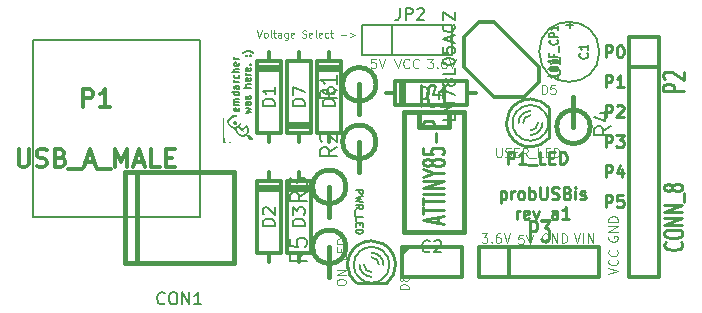
<source format=gto>
G04 (created by PCBNEW (2013-mar-13)-testing) date Mon 15 Sep 2014 10:31:25 PM PDT*
%MOIN*%
G04 Gerber Fmt 3.4, Leading zero omitted, Abs format*
%FSLAX34Y34*%
G01*
G70*
G90*
G04 APERTURE LIST*
%ADD10C,0.005906*%
%ADD11C,0.009843*%
%ADD12C,0.003937*%
%ADD13C,0.005000*%
%ADD14C,0.012000*%
%ADD15C,0.015000*%
%ADD16C,0.010000*%
%ADD17C,0.006000*%
%ADD18C,0.000100*%
%ADD19C,0.007500*%
%ADD20C,0.008000*%
%ADD21C,0.003500*%
%ADD22C,0.011250*%
%ADD23C,0.010700*%
G04 APERTURE END LIST*
G54D10*
X44977Y-38871D02*
X44988Y-38894D01*
X44988Y-38939D01*
X44977Y-38961D01*
X44955Y-38973D01*
X44865Y-38973D01*
X44842Y-38961D01*
X44831Y-38939D01*
X44831Y-38894D01*
X44842Y-38871D01*
X44865Y-38860D01*
X44887Y-38860D01*
X44910Y-38973D01*
X44988Y-38759D02*
X44831Y-38759D01*
X44853Y-38759D02*
X44842Y-38748D01*
X44831Y-38725D01*
X44831Y-38691D01*
X44842Y-38669D01*
X44865Y-38658D01*
X44988Y-38658D01*
X44865Y-38658D02*
X44842Y-38646D01*
X44831Y-38624D01*
X44831Y-38590D01*
X44842Y-38568D01*
X44865Y-38556D01*
X44988Y-38556D01*
X44988Y-38343D02*
X44752Y-38343D01*
X44977Y-38343D02*
X44988Y-38365D01*
X44988Y-38410D01*
X44977Y-38433D01*
X44966Y-38444D01*
X44943Y-38455D01*
X44876Y-38455D01*
X44853Y-38444D01*
X44842Y-38433D01*
X44831Y-38410D01*
X44831Y-38365D01*
X44842Y-38343D01*
X44988Y-38129D02*
X44865Y-38129D01*
X44842Y-38140D01*
X44831Y-38163D01*
X44831Y-38208D01*
X44842Y-38230D01*
X44977Y-38129D02*
X44988Y-38151D01*
X44988Y-38208D01*
X44977Y-38230D01*
X44955Y-38241D01*
X44932Y-38241D01*
X44910Y-38230D01*
X44898Y-38208D01*
X44898Y-38151D01*
X44887Y-38129D01*
X44988Y-38016D02*
X44831Y-38016D01*
X44876Y-38016D02*
X44853Y-38005D01*
X44842Y-37994D01*
X44831Y-37971D01*
X44831Y-37949D01*
X44977Y-37769D02*
X44988Y-37791D01*
X44988Y-37836D01*
X44977Y-37859D01*
X44966Y-37870D01*
X44943Y-37881D01*
X44876Y-37881D01*
X44853Y-37870D01*
X44842Y-37859D01*
X44831Y-37836D01*
X44831Y-37791D01*
X44842Y-37769D01*
X44988Y-37668D02*
X44752Y-37668D01*
X44988Y-37566D02*
X44865Y-37566D01*
X44842Y-37578D01*
X44831Y-37600D01*
X44831Y-37634D01*
X44842Y-37656D01*
X44853Y-37668D01*
X44977Y-37364D02*
X44988Y-37386D01*
X44988Y-37431D01*
X44977Y-37454D01*
X44955Y-37465D01*
X44865Y-37465D01*
X44842Y-37454D01*
X44831Y-37431D01*
X44831Y-37386D01*
X44842Y-37364D01*
X44865Y-37353D01*
X44887Y-37353D01*
X44910Y-37465D01*
X44988Y-37251D02*
X44831Y-37251D01*
X44876Y-37251D02*
X44853Y-37240D01*
X44842Y-37229D01*
X44831Y-37206D01*
X44831Y-37184D01*
X45221Y-39046D02*
X45378Y-39001D01*
X45266Y-38956D01*
X45378Y-38911D01*
X45221Y-38866D01*
X45378Y-38674D02*
X45254Y-38674D01*
X45232Y-38686D01*
X45221Y-38708D01*
X45221Y-38753D01*
X45232Y-38776D01*
X45367Y-38674D02*
X45378Y-38697D01*
X45378Y-38753D01*
X45367Y-38776D01*
X45344Y-38787D01*
X45322Y-38787D01*
X45299Y-38776D01*
X45288Y-38753D01*
X45288Y-38697D01*
X45277Y-38674D01*
X45367Y-38573D02*
X45378Y-38551D01*
X45378Y-38506D01*
X45367Y-38483D01*
X45344Y-38472D01*
X45333Y-38472D01*
X45311Y-38483D01*
X45299Y-38506D01*
X45299Y-38539D01*
X45288Y-38562D01*
X45266Y-38573D01*
X45254Y-38573D01*
X45232Y-38562D01*
X45221Y-38539D01*
X45221Y-38506D01*
X45232Y-38483D01*
X45378Y-38191D02*
X45142Y-38191D01*
X45378Y-38089D02*
X45254Y-38089D01*
X45232Y-38101D01*
X45221Y-38123D01*
X45221Y-38157D01*
X45232Y-38179D01*
X45243Y-38191D01*
X45367Y-37887D02*
X45378Y-37910D01*
X45378Y-37955D01*
X45367Y-37977D01*
X45344Y-37988D01*
X45254Y-37988D01*
X45232Y-37977D01*
X45221Y-37955D01*
X45221Y-37910D01*
X45232Y-37887D01*
X45254Y-37876D01*
X45277Y-37876D01*
X45299Y-37988D01*
X45378Y-37775D02*
X45221Y-37775D01*
X45266Y-37775D02*
X45243Y-37763D01*
X45232Y-37752D01*
X45221Y-37730D01*
X45221Y-37707D01*
X45367Y-37538D02*
X45378Y-37561D01*
X45378Y-37606D01*
X45367Y-37628D01*
X45344Y-37640D01*
X45254Y-37640D01*
X45232Y-37628D01*
X45221Y-37606D01*
X45221Y-37561D01*
X45232Y-37538D01*
X45254Y-37527D01*
X45277Y-37527D01*
X45299Y-37640D01*
X45356Y-37426D02*
X45367Y-37415D01*
X45378Y-37426D01*
X45367Y-37437D01*
X45356Y-37426D01*
X45378Y-37426D01*
X45356Y-37133D02*
X45367Y-37122D01*
X45378Y-37133D01*
X45367Y-37145D01*
X45356Y-37133D01*
X45378Y-37133D01*
X45232Y-37133D02*
X45243Y-37122D01*
X45254Y-37133D01*
X45243Y-37145D01*
X45232Y-37133D01*
X45254Y-37133D01*
X45468Y-37043D02*
X45457Y-37032D01*
X45423Y-37010D01*
X45401Y-36998D01*
X45367Y-36987D01*
X45311Y-36976D01*
X45266Y-36976D01*
X45209Y-36987D01*
X45176Y-36998D01*
X45153Y-37010D01*
X45119Y-37032D01*
X45108Y-37043D01*
G54D11*
X53712Y-41647D02*
X53712Y-42041D01*
X53712Y-41666D02*
X53749Y-41647D01*
X53824Y-41647D01*
X53862Y-41666D01*
X53880Y-41685D01*
X53899Y-41722D01*
X53899Y-41835D01*
X53880Y-41872D01*
X53862Y-41891D01*
X53824Y-41910D01*
X53749Y-41910D01*
X53712Y-41891D01*
X54068Y-41910D02*
X54068Y-41647D01*
X54068Y-41722D02*
X54086Y-41685D01*
X54105Y-41666D01*
X54143Y-41647D01*
X54180Y-41647D01*
X54368Y-41910D02*
X54330Y-41891D01*
X54311Y-41872D01*
X54293Y-41835D01*
X54293Y-41722D01*
X54311Y-41685D01*
X54330Y-41666D01*
X54368Y-41647D01*
X54424Y-41647D01*
X54461Y-41666D01*
X54480Y-41685D01*
X54499Y-41722D01*
X54499Y-41835D01*
X54480Y-41872D01*
X54461Y-41891D01*
X54424Y-41910D01*
X54368Y-41910D01*
X54668Y-41910D02*
X54668Y-41516D01*
X54668Y-41666D02*
X54705Y-41647D01*
X54780Y-41647D01*
X54818Y-41666D01*
X54836Y-41685D01*
X54855Y-41722D01*
X54855Y-41835D01*
X54836Y-41872D01*
X54818Y-41891D01*
X54780Y-41910D01*
X54705Y-41910D01*
X54668Y-41891D01*
X55024Y-41516D02*
X55024Y-41835D01*
X55043Y-41872D01*
X55061Y-41891D01*
X55099Y-41910D01*
X55174Y-41910D01*
X55211Y-41891D01*
X55230Y-41872D01*
X55249Y-41835D01*
X55249Y-41516D01*
X55418Y-41891D02*
X55474Y-41910D01*
X55568Y-41910D01*
X55605Y-41891D01*
X55624Y-41872D01*
X55643Y-41835D01*
X55643Y-41797D01*
X55624Y-41760D01*
X55605Y-41741D01*
X55568Y-41722D01*
X55493Y-41704D01*
X55455Y-41685D01*
X55436Y-41666D01*
X55418Y-41629D01*
X55418Y-41591D01*
X55436Y-41554D01*
X55455Y-41535D01*
X55493Y-41516D01*
X55586Y-41516D01*
X55643Y-41535D01*
X55943Y-41704D02*
X55999Y-41722D01*
X56017Y-41741D01*
X56036Y-41779D01*
X56036Y-41835D01*
X56017Y-41872D01*
X55999Y-41891D01*
X55961Y-41910D01*
X55811Y-41910D01*
X55811Y-41516D01*
X55943Y-41516D01*
X55980Y-41535D01*
X55999Y-41554D01*
X56017Y-41591D01*
X56017Y-41629D01*
X55999Y-41666D01*
X55980Y-41685D01*
X55943Y-41704D01*
X55811Y-41704D01*
X56205Y-41910D02*
X56205Y-41647D01*
X56205Y-41516D02*
X56186Y-41535D01*
X56205Y-41554D01*
X56224Y-41535D01*
X56205Y-41516D01*
X56205Y-41554D01*
X56374Y-41891D02*
X56411Y-41910D01*
X56486Y-41910D01*
X56524Y-41891D01*
X56542Y-41854D01*
X56542Y-41835D01*
X56524Y-41797D01*
X56486Y-41779D01*
X56430Y-41779D01*
X56392Y-41760D01*
X56374Y-41722D01*
X56374Y-41704D01*
X56392Y-41666D01*
X56430Y-41647D01*
X56486Y-41647D01*
X56524Y-41666D01*
X54255Y-42559D02*
X54255Y-42297D01*
X54255Y-42372D02*
X54274Y-42335D01*
X54293Y-42316D01*
X54330Y-42297D01*
X54368Y-42297D01*
X54649Y-42541D02*
X54611Y-42559D01*
X54536Y-42559D01*
X54499Y-42541D01*
X54480Y-42503D01*
X54480Y-42353D01*
X54499Y-42316D01*
X54536Y-42297D01*
X54611Y-42297D01*
X54649Y-42316D01*
X54668Y-42353D01*
X54668Y-42391D01*
X54480Y-42428D01*
X54799Y-42297D02*
X54893Y-42559D01*
X54986Y-42297D01*
X55043Y-42597D02*
X55343Y-42597D01*
X55605Y-42559D02*
X55605Y-42353D01*
X55586Y-42316D01*
X55549Y-42297D01*
X55474Y-42297D01*
X55436Y-42316D01*
X55605Y-42541D02*
X55568Y-42559D01*
X55474Y-42559D01*
X55436Y-42541D01*
X55418Y-42503D01*
X55418Y-42466D01*
X55436Y-42428D01*
X55474Y-42410D01*
X55568Y-42410D01*
X55605Y-42391D01*
X55999Y-42559D02*
X55774Y-42559D01*
X55886Y-42559D02*
X55886Y-42166D01*
X55849Y-42222D01*
X55811Y-42260D01*
X55774Y-42278D01*
G54D10*
X48893Y-41597D02*
X49129Y-41597D01*
X49129Y-41687D01*
X49118Y-41709D01*
X49106Y-41721D01*
X49084Y-41732D01*
X49050Y-41732D01*
X49028Y-41721D01*
X49016Y-41709D01*
X49005Y-41687D01*
X49005Y-41597D01*
X49129Y-41811D02*
X48893Y-41867D01*
X49061Y-41912D01*
X48893Y-41957D01*
X49129Y-42013D01*
X48893Y-42238D02*
X49005Y-42159D01*
X48893Y-42103D02*
X49129Y-42103D01*
X49129Y-42193D01*
X49118Y-42215D01*
X49106Y-42227D01*
X49084Y-42238D01*
X49050Y-42238D01*
X49028Y-42227D01*
X49016Y-42215D01*
X49005Y-42193D01*
X49005Y-42103D01*
X48870Y-42283D02*
X48870Y-42463D01*
X48893Y-42632D02*
X48893Y-42519D01*
X49129Y-42519D01*
X49016Y-42710D02*
X49016Y-42789D01*
X48893Y-42823D02*
X48893Y-42710D01*
X49129Y-42710D01*
X49129Y-42823D01*
X48893Y-42924D02*
X49129Y-42924D01*
X49129Y-42980D01*
X49118Y-43014D01*
X49095Y-43037D01*
X49073Y-43048D01*
X49028Y-43059D01*
X48994Y-43059D01*
X48949Y-43048D01*
X48926Y-43037D01*
X48904Y-43014D01*
X48893Y-42980D01*
X48893Y-42924D01*
G54D11*
X53946Y-40729D02*
X53946Y-40335D01*
X54096Y-40335D01*
X54133Y-40354D01*
X54152Y-40373D01*
X54171Y-40410D01*
X54171Y-40466D01*
X54152Y-40504D01*
X54133Y-40523D01*
X54096Y-40541D01*
X53946Y-40541D01*
X54546Y-40729D02*
X54321Y-40729D01*
X54433Y-40729D02*
X54433Y-40335D01*
X54396Y-40391D01*
X54358Y-40429D01*
X54321Y-40448D01*
X54621Y-40766D02*
X54921Y-40766D01*
X55202Y-40729D02*
X55014Y-40729D01*
X55014Y-40335D01*
X55333Y-40523D02*
X55464Y-40523D01*
X55521Y-40729D02*
X55333Y-40729D01*
X55333Y-40335D01*
X55521Y-40335D01*
X55689Y-40729D02*
X55689Y-40335D01*
X55783Y-40335D01*
X55839Y-40354D01*
X55877Y-40391D01*
X55896Y-40429D01*
X55914Y-40504D01*
X55914Y-40560D01*
X55896Y-40635D01*
X55877Y-40673D01*
X55839Y-40710D01*
X55783Y-40729D01*
X55689Y-40729D01*
G54D12*
X45596Y-36287D02*
X45674Y-36524D01*
X45753Y-36287D01*
X45866Y-36524D02*
X45843Y-36512D01*
X45832Y-36501D01*
X45821Y-36479D01*
X45821Y-36411D01*
X45832Y-36389D01*
X45843Y-36377D01*
X45866Y-36366D01*
X45899Y-36366D01*
X45922Y-36377D01*
X45933Y-36389D01*
X45944Y-36411D01*
X45944Y-36479D01*
X45933Y-36501D01*
X45922Y-36512D01*
X45899Y-36524D01*
X45866Y-36524D01*
X46079Y-36524D02*
X46057Y-36512D01*
X46046Y-36490D01*
X46046Y-36287D01*
X46136Y-36366D02*
X46226Y-36366D01*
X46169Y-36287D02*
X46169Y-36490D01*
X46181Y-36512D01*
X46203Y-36524D01*
X46226Y-36524D01*
X46406Y-36524D02*
X46406Y-36400D01*
X46394Y-36377D01*
X46372Y-36366D01*
X46327Y-36366D01*
X46304Y-36377D01*
X46406Y-36512D02*
X46383Y-36524D01*
X46327Y-36524D01*
X46304Y-36512D01*
X46293Y-36490D01*
X46293Y-36467D01*
X46304Y-36445D01*
X46327Y-36434D01*
X46383Y-36434D01*
X46406Y-36422D01*
X46619Y-36366D02*
X46619Y-36557D01*
X46608Y-36580D01*
X46597Y-36591D01*
X46574Y-36602D01*
X46541Y-36602D01*
X46518Y-36591D01*
X46619Y-36512D02*
X46597Y-36524D01*
X46552Y-36524D01*
X46529Y-36512D01*
X46518Y-36501D01*
X46507Y-36479D01*
X46507Y-36411D01*
X46518Y-36389D01*
X46529Y-36377D01*
X46552Y-36366D01*
X46597Y-36366D01*
X46619Y-36377D01*
X46822Y-36512D02*
X46799Y-36524D01*
X46754Y-36524D01*
X46732Y-36512D01*
X46721Y-36490D01*
X46721Y-36400D01*
X46732Y-36377D01*
X46754Y-36366D01*
X46799Y-36366D01*
X46822Y-36377D01*
X46833Y-36400D01*
X46833Y-36422D01*
X46721Y-36445D01*
X47103Y-36512D02*
X47137Y-36524D01*
X47193Y-36524D01*
X47215Y-36512D01*
X47227Y-36501D01*
X47238Y-36479D01*
X47238Y-36456D01*
X47227Y-36434D01*
X47215Y-36422D01*
X47193Y-36411D01*
X47148Y-36400D01*
X47125Y-36389D01*
X47114Y-36377D01*
X47103Y-36355D01*
X47103Y-36332D01*
X47114Y-36310D01*
X47125Y-36299D01*
X47148Y-36287D01*
X47204Y-36287D01*
X47238Y-36299D01*
X47429Y-36512D02*
X47407Y-36524D01*
X47362Y-36524D01*
X47339Y-36512D01*
X47328Y-36490D01*
X47328Y-36400D01*
X47339Y-36377D01*
X47362Y-36366D01*
X47407Y-36366D01*
X47429Y-36377D01*
X47440Y-36400D01*
X47440Y-36422D01*
X47328Y-36445D01*
X47575Y-36524D02*
X47553Y-36512D01*
X47542Y-36490D01*
X47542Y-36287D01*
X47755Y-36512D02*
X47733Y-36524D01*
X47688Y-36524D01*
X47665Y-36512D01*
X47654Y-36490D01*
X47654Y-36400D01*
X47665Y-36377D01*
X47688Y-36366D01*
X47733Y-36366D01*
X47755Y-36377D01*
X47767Y-36400D01*
X47767Y-36422D01*
X47654Y-36445D01*
X47969Y-36512D02*
X47947Y-36524D01*
X47902Y-36524D01*
X47879Y-36512D01*
X47868Y-36501D01*
X47857Y-36479D01*
X47857Y-36411D01*
X47868Y-36389D01*
X47879Y-36377D01*
X47902Y-36366D01*
X47947Y-36366D01*
X47969Y-36377D01*
X48037Y-36366D02*
X48127Y-36366D01*
X48070Y-36287D02*
X48070Y-36490D01*
X48082Y-36512D01*
X48104Y-36524D01*
X48127Y-36524D01*
X48385Y-36434D02*
X48565Y-36434D01*
X48678Y-36366D02*
X48858Y-36434D01*
X48678Y-36501D01*
X51267Y-37229D02*
X51462Y-37229D01*
X51357Y-37349D01*
X51402Y-37349D01*
X51432Y-37364D01*
X51447Y-37379D01*
X51462Y-37409D01*
X51462Y-37484D01*
X51447Y-37514D01*
X51432Y-37529D01*
X51402Y-37544D01*
X51312Y-37544D01*
X51282Y-37529D01*
X51267Y-37514D01*
X51597Y-37514D02*
X51612Y-37529D01*
X51597Y-37544D01*
X51582Y-37529D01*
X51597Y-37514D01*
X51597Y-37544D01*
X51882Y-37229D02*
X51822Y-37229D01*
X51792Y-37244D01*
X51777Y-37259D01*
X51747Y-37304D01*
X51732Y-37364D01*
X51732Y-37484D01*
X51747Y-37514D01*
X51762Y-37529D01*
X51792Y-37544D01*
X51852Y-37544D01*
X51882Y-37529D01*
X51897Y-37514D01*
X51912Y-37484D01*
X51912Y-37409D01*
X51897Y-37379D01*
X51882Y-37364D01*
X51852Y-37349D01*
X51792Y-37349D01*
X51762Y-37364D01*
X51747Y-37379D01*
X51732Y-37409D01*
X52002Y-37229D02*
X52107Y-37544D01*
X52212Y-37229D01*
X50170Y-37229D02*
X50275Y-37544D01*
X50380Y-37229D01*
X50665Y-37514D02*
X50650Y-37529D01*
X50605Y-37544D01*
X50575Y-37544D01*
X50530Y-37529D01*
X50500Y-37499D01*
X50485Y-37469D01*
X50470Y-37409D01*
X50470Y-37364D01*
X50485Y-37304D01*
X50500Y-37274D01*
X50530Y-37244D01*
X50575Y-37229D01*
X50605Y-37229D01*
X50650Y-37244D01*
X50665Y-37259D01*
X50980Y-37514D02*
X50965Y-37529D01*
X50920Y-37544D01*
X50890Y-37544D01*
X50845Y-37529D01*
X50815Y-37499D01*
X50800Y-37469D01*
X50785Y-37409D01*
X50785Y-37364D01*
X50800Y-37304D01*
X50815Y-37274D01*
X50845Y-37244D01*
X50890Y-37229D01*
X50920Y-37229D01*
X50965Y-37244D01*
X50980Y-37259D01*
X49546Y-37229D02*
X49396Y-37229D01*
X49381Y-37379D01*
X49396Y-37364D01*
X49426Y-37349D01*
X49501Y-37349D01*
X49531Y-37364D01*
X49546Y-37379D01*
X49561Y-37409D01*
X49561Y-37484D01*
X49546Y-37514D01*
X49531Y-37529D01*
X49501Y-37544D01*
X49426Y-37544D01*
X49396Y-37529D01*
X49381Y-37514D01*
X49651Y-37229D02*
X49756Y-37544D01*
X49861Y-37229D01*
X56151Y-43055D02*
X56256Y-43370D01*
X56361Y-43055D01*
X56466Y-43370D02*
X56466Y-43055D01*
X56616Y-43370D02*
X56616Y-43055D01*
X56796Y-43370D01*
X56796Y-43055D01*
X55271Y-43070D02*
X55241Y-43055D01*
X55196Y-43055D01*
X55151Y-43070D01*
X55121Y-43100D01*
X55106Y-43130D01*
X55091Y-43190D01*
X55091Y-43235D01*
X55106Y-43295D01*
X55121Y-43325D01*
X55151Y-43355D01*
X55196Y-43370D01*
X55226Y-43370D01*
X55271Y-43355D01*
X55286Y-43340D01*
X55286Y-43235D01*
X55226Y-43235D01*
X55421Y-43370D02*
X55421Y-43055D01*
X55601Y-43370D01*
X55601Y-43055D01*
X55751Y-43370D02*
X55751Y-43055D01*
X55826Y-43055D01*
X55871Y-43070D01*
X55901Y-43100D01*
X55916Y-43130D01*
X55931Y-43190D01*
X55931Y-43235D01*
X55916Y-43295D01*
X55901Y-43325D01*
X55871Y-43355D01*
X55826Y-43370D01*
X55751Y-43370D01*
X54467Y-43095D02*
X54317Y-43095D01*
X54302Y-43245D01*
X54317Y-43230D01*
X54347Y-43215D01*
X54422Y-43215D01*
X54452Y-43230D01*
X54467Y-43245D01*
X54482Y-43275D01*
X54482Y-43350D01*
X54467Y-43380D01*
X54452Y-43395D01*
X54422Y-43410D01*
X54347Y-43410D01*
X54317Y-43395D01*
X54302Y-43380D01*
X54572Y-43095D02*
X54677Y-43410D01*
X54782Y-43095D01*
X53078Y-43055D02*
X53273Y-43055D01*
X53168Y-43175D01*
X53213Y-43175D01*
X53243Y-43190D01*
X53258Y-43205D01*
X53273Y-43235D01*
X53273Y-43310D01*
X53258Y-43340D01*
X53243Y-43355D01*
X53213Y-43370D01*
X53123Y-43370D01*
X53093Y-43355D01*
X53078Y-43340D01*
X53408Y-43340D02*
X53423Y-43355D01*
X53408Y-43370D01*
X53393Y-43355D01*
X53408Y-43340D01*
X53408Y-43370D01*
X53693Y-43055D02*
X53633Y-43055D01*
X53603Y-43070D01*
X53588Y-43085D01*
X53558Y-43130D01*
X53543Y-43190D01*
X53543Y-43310D01*
X53558Y-43340D01*
X53573Y-43355D01*
X53603Y-43370D01*
X53663Y-43370D01*
X53693Y-43355D01*
X53708Y-43340D01*
X53723Y-43310D01*
X53723Y-43235D01*
X53708Y-43205D01*
X53693Y-43190D01*
X53663Y-43175D01*
X53603Y-43175D01*
X53573Y-43190D01*
X53558Y-43205D01*
X53543Y-43235D01*
X53813Y-43055D02*
X53918Y-43370D01*
X54023Y-43055D01*
X57307Y-44419D02*
X57622Y-44314D01*
X57307Y-44209D01*
X57592Y-43925D02*
X57607Y-43940D01*
X57622Y-43985D01*
X57622Y-44014D01*
X57607Y-44059D01*
X57577Y-44089D01*
X57547Y-44104D01*
X57487Y-44119D01*
X57442Y-44119D01*
X57382Y-44104D01*
X57352Y-44089D01*
X57322Y-44059D01*
X57307Y-44014D01*
X57307Y-43985D01*
X57322Y-43940D01*
X57337Y-43925D01*
X57592Y-43610D02*
X57607Y-43625D01*
X57622Y-43670D01*
X57622Y-43700D01*
X57607Y-43745D01*
X57577Y-43775D01*
X57547Y-43790D01*
X57487Y-43805D01*
X57442Y-43805D01*
X57382Y-43790D01*
X57352Y-43775D01*
X57322Y-43745D01*
X57307Y-43700D01*
X57307Y-43670D01*
X57322Y-43625D01*
X57337Y-43610D01*
X57322Y-43147D02*
X57307Y-43177D01*
X57307Y-43222D01*
X57322Y-43267D01*
X57352Y-43297D01*
X57382Y-43312D01*
X57442Y-43327D01*
X57487Y-43327D01*
X57547Y-43312D01*
X57577Y-43297D01*
X57607Y-43267D01*
X57622Y-43222D01*
X57622Y-43192D01*
X57607Y-43147D01*
X57592Y-43132D01*
X57487Y-43132D01*
X57487Y-43192D01*
X57622Y-42997D02*
X57307Y-42997D01*
X57622Y-42817D01*
X57307Y-42817D01*
X57622Y-42667D02*
X57307Y-42667D01*
X57307Y-42592D01*
X57322Y-42547D01*
X57352Y-42517D01*
X57382Y-42502D01*
X57442Y-42487D01*
X57487Y-42487D01*
X57547Y-42502D01*
X57577Y-42517D01*
X57607Y-42547D01*
X57622Y-42592D01*
X57622Y-42667D01*
G54D11*
X57209Y-42178D02*
X57209Y-41784D01*
X57359Y-41784D01*
X57396Y-41803D01*
X57415Y-41821D01*
X57434Y-41859D01*
X57434Y-41915D01*
X57415Y-41953D01*
X57396Y-41971D01*
X57359Y-41990D01*
X57209Y-41990D01*
X57790Y-41784D02*
X57603Y-41784D01*
X57584Y-41971D01*
X57603Y-41953D01*
X57640Y-41934D01*
X57734Y-41934D01*
X57771Y-41953D01*
X57790Y-41971D01*
X57809Y-42009D01*
X57809Y-42103D01*
X57790Y-42140D01*
X57771Y-42159D01*
X57734Y-42178D01*
X57640Y-42178D01*
X57603Y-42159D01*
X57584Y-42140D01*
X57209Y-41178D02*
X57209Y-40784D01*
X57359Y-40784D01*
X57396Y-40803D01*
X57415Y-40821D01*
X57434Y-40859D01*
X57434Y-40915D01*
X57415Y-40953D01*
X57396Y-40971D01*
X57359Y-40990D01*
X57209Y-40990D01*
X57771Y-40915D02*
X57771Y-41178D01*
X57678Y-40765D02*
X57584Y-41046D01*
X57828Y-41046D01*
X57209Y-40178D02*
X57209Y-39784D01*
X57359Y-39784D01*
X57396Y-39803D01*
X57415Y-39821D01*
X57434Y-39859D01*
X57434Y-39915D01*
X57415Y-39953D01*
X57396Y-39971D01*
X57359Y-39990D01*
X57209Y-39990D01*
X57565Y-39784D02*
X57809Y-39784D01*
X57678Y-39934D01*
X57734Y-39934D01*
X57771Y-39953D01*
X57790Y-39971D01*
X57809Y-40009D01*
X57809Y-40103D01*
X57790Y-40140D01*
X57771Y-40159D01*
X57734Y-40178D01*
X57621Y-40178D01*
X57584Y-40159D01*
X57565Y-40140D01*
X57209Y-38178D02*
X57209Y-37784D01*
X57359Y-37784D01*
X57396Y-37803D01*
X57415Y-37821D01*
X57434Y-37859D01*
X57434Y-37915D01*
X57415Y-37953D01*
X57396Y-37971D01*
X57359Y-37990D01*
X57209Y-37990D01*
X57809Y-38178D02*
X57584Y-38178D01*
X57696Y-38178D02*
X57696Y-37784D01*
X57659Y-37840D01*
X57621Y-37878D01*
X57584Y-37896D01*
X57209Y-39178D02*
X57209Y-38784D01*
X57359Y-38784D01*
X57396Y-38803D01*
X57415Y-38821D01*
X57434Y-38859D01*
X57434Y-38915D01*
X57415Y-38953D01*
X57396Y-38971D01*
X57359Y-38990D01*
X57209Y-38990D01*
X57584Y-38821D02*
X57603Y-38803D01*
X57640Y-38784D01*
X57734Y-38784D01*
X57771Y-38803D01*
X57790Y-38821D01*
X57809Y-38859D01*
X57809Y-38896D01*
X57790Y-38953D01*
X57565Y-39178D01*
X57809Y-39178D01*
X57209Y-37178D02*
X57209Y-36784D01*
X57359Y-36784D01*
X57396Y-36803D01*
X57415Y-36821D01*
X57434Y-36859D01*
X57434Y-36915D01*
X57415Y-36953D01*
X57396Y-36971D01*
X57359Y-36990D01*
X57209Y-36990D01*
X57678Y-36784D02*
X57715Y-36784D01*
X57753Y-36803D01*
X57771Y-36821D01*
X57790Y-36859D01*
X57809Y-36934D01*
X57809Y-37028D01*
X57790Y-37103D01*
X57771Y-37140D01*
X57753Y-37159D01*
X57715Y-37178D01*
X57678Y-37178D01*
X57640Y-37159D01*
X57621Y-37140D01*
X57603Y-37103D01*
X57584Y-37028D01*
X57584Y-36934D01*
X57603Y-36859D01*
X57621Y-36821D01*
X57640Y-36803D01*
X57678Y-36784D01*
G54D13*
X57001Y-37000D02*
G75*
G03X57001Y-37000I-1001J0D01*
G74*
G01*
G54D14*
X50437Y-43500D02*
X52417Y-43500D01*
X52417Y-43500D02*
X52417Y-44500D01*
X52417Y-44500D02*
X50417Y-44500D01*
X50417Y-44500D02*
X50417Y-43500D01*
X50417Y-43750D02*
X50667Y-43500D01*
G54D15*
X41583Y-41003D02*
X41583Y-44035D01*
X41189Y-41003D02*
X41189Y-44035D01*
X41189Y-44035D02*
X44811Y-44035D01*
X44811Y-44035D02*
X44811Y-41003D01*
X44811Y-41003D02*
X41189Y-41003D01*
G54D14*
X46000Y-37000D02*
X46000Y-37300D01*
X46000Y-37300D02*
X45600Y-37300D01*
X45600Y-37300D02*
X45600Y-39700D01*
X45600Y-39700D02*
X46000Y-39700D01*
X46000Y-39700D02*
X46000Y-40000D01*
X46000Y-39700D02*
X46400Y-39700D01*
X46400Y-39700D02*
X46400Y-37300D01*
X46400Y-37300D02*
X46000Y-37300D01*
X45600Y-37500D02*
X46400Y-37500D01*
X46400Y-37600D02*
X45600Y-37600D01*
X46000Y-41000D02*
X46000Y-41300D01*
X46000Y-41300D02*
X45600Y-41300D01*
X45600Y-41300D02*
X45600Y-43700D01*
X45600Y-43700D02*
X46000Y-43700D01*
X46000Y-43700D02*
X46000Y-44000D01*
X46000Y-43700D02*
X46400Y-43700D01*
X46400Y-43700D02*
X46400Y-41300D01*
X46400Y-41300D02*
X46000Y-41300D01*
X45600Y-41500D02*
X46400Y-41500D01*
X46400Y-41600D02*
X45600Y-41600D01*
X47000Y-41000D02*
X47000Y-41300D01*
X47000Y-41300D02*
X46600Y-41300D01*
X46600Y-41300D02*
X46600Y-43700D01*
X46600Y-43700D02*
X47000Y-43700D01*
X47000Y-43700D02*
X47000Y-44000D01*
X47000Y-43700D02*
X47400Y-43700D01*
X47400Y-43700D02*
X47400Y-41300D01*
X47400Y-41300D02*
X47000Y-41300D01*
X46600Y-41500D02*
X47400Y-41500D01*
X47400Y-41600D02*
X46600Y-41600D01*
X49877Y-38385D02*
X50177Y-38385D01*
X50177Y-38385D02*
X50177Y-38785D01*
X50177Y-38785D02*
X52577Y-38785D01*
X52577Y-38785D02*
X52577Y-38385D01*
X52577Y-38385D02*
X52877Y-38385D01*
X52577Y-38385D02*
X52577Y-37985D01*
X52577Y-37985D02*
X50177Y-37985D01*
X50177Y-37985D02*
X50177Y-38385D01*
X50377Y-38785D02*
X50377Y-37985D01*
X50477Y-37985D02*
X50477Y-38785D01*
G54D16*
X55326Y-39870D02*
X55326Y-38870D01*
G54D17*
X54245Y-38986D02*
G75*
G03X54106Y-39370I460J-384D01*
G74*
G01*
X54107Y-39370D02*
G75*
G03X54258Y-39768I599J0D01*
G74*
G01*
X55305Y-39370D02*
G75*
G03X55161Y-38980I-599J0D01*
G74*
G01*
X55167Y-39754D02*
G75*
G03X55306Y-39370I-460J384D01*
G74*
G01*
X55194Y-39020D02*
G75*
G03X54706Y-38770I-487J-349D01*
G74*
G01*
X54705Y-38770D02*
G75*
G03X54226Y-39010I0J-600D01*
G74*
G01*
X54706Y-39969D02*
G75*
G03X55179Y-39738I0J599D01*
G74*
G01*
X54232Y-39738D02*
G75*
G03X54706Y-39970I473J368D01*
G74*
G01*
X54706Y-39120D02*
G75*
G03X54456Y-39370I0J-250D01*
G74*
G01*
X54706Y-38970D02*
G75*
G03X54306Y-39370I0J-400D01*
G74*
G01*
X54706Y-39620D02*
G75*
G03X54956Y-39370I0J250D01*
G74*
G01*
X54706Y-39770D02*
G75*
G03X55106Y-39370I0J400D01*
G74*
G01*
G54D16*
X55320Y-38856D02*
G75*
G03X54706Y-38570I-613J-513D01*
G74*
G01*
X54705Y-38571D02*
G75*
G03X54001Y-38994I0J-799D01*
G74*
G01*
X54707Y-40169D02*
G75*
G03X55316Y-39886I-1J798D01*
G74*
G01*
X54012Y-39767D02*
G75*
G03X54706Y-40170I694J397D01*
G74*
G01*
X54001Y-38990D02*
G75*
G03X53906Y-39370I704J-379D01*
G74*
G01*
X53906Y-39370D02*
G75*
G03X54025Y-39789I799J0D01*
G74*
G01*
G54D14*
X48000Y-37000D02*
X48000Y-37300D01*
X48000Y-37300D02*
X47600Y-37300D01*
X47600Y-37300D02*
X47600Y-39700D01*
X47600Y-39700D02*
X48000Y-39700D01*
X48000Y-39700D02*
X48000Y-40000D01*
X48000Y-39700D02*
X48400Y-39700D01*
X48400Y-39700D02*
X48400Y-37300D01*
X48400Y-37300D02*
X48000Y-37300D01*
X47600Y-37500D02*
X48400Y-37500D01*
X48400Y-37600D02*
X47600Y-37600D01*
X47000Y-40000D02*
X47000Y-39700D01*
X47000Y-39700D02*
X47400Y-39700D01*
X47400Y-39700D02*
X47400Y-37300D01*
X47400Y-37300D02*
X47000Y-37300D01*
X47000Y-37300D02*
X47000Y-37000D01*
X47000Y-37300D02*
X46600Y-37300D01*
X46600Y-37300D02*
X46600Y-39700D01*
X46600Y-39700D02*
X47000Y-39700D01*
X47400Y-39500D02*
X46600Y-39500D01*
X46600Y-39400D02*
X47400Y-39400D01*
G54D16*
X48909Y-44720D02*
X49909Y-44720D01*
G54D17*
X49793Y-43639D02*
G75*
G03X49409Y-43500I-384J-460D01*
G74*
G01*
X49409Y-43500D02*
G75*
G03X49011Y-43652I0J-599D01*
G74*
G01*
X49409Y-44699D02*
G75*
G03X49799Y-44555I0J599D01*
G74*
G01*
X49025Y-44560D02*
G75*
G03X49409Y-44700I384J460D01*
G74*
G01*
X49758Y-44587D02*
G75*
G03X50009Y-44100I-349J487D01*
G74*
G01*
X50009Y-44099D02*
G75*
G03X49769Y-43620I-600J0D01*
G74*
G01*
X48810Y-44100D02*
G75*
G03X49041Y-44573I599J0D01*
G74*
G01*
X49040Y-43626D02*
G75*
G03X48809Y-44100I368J-473D01*
G74*
G01*
X49659Y-44100D02*
G75*
G03X49409Y-43850I-250J0D01*
G74*
G01*
X49809Y-44100D02*
G75*
G03X49409Y-43700I-400J0D01*
G74*
G01*
X49159Y-44100D02*
G75*
G03X49409Y-44350I250J0D01*
G74*
G01*
X49009Y-44100D02*
G75*
G03X49409Y-44500I400J0D01*
G74*
G01*
G54D16*
X49922Y-44713D02*
G75*
G03X50209Y-44100I-513J613D01*
G74*
G01*
X50208Y-44099D02*
G75*
G03X49785Y-43395I-799J0D01*
G74*
G01*
X48610Y-44101D02*
G75*
G03X48893Y-44710I798J1D01*
G74*
G01*
X49011Y-43405D02*
G75*
G03X48609Y-44100I397J-694D01*
G74*
G01*
X49788Y-43395D02*
G75*
G03X49409Y-43300I-379J-704D01*
G74*
G01*
X49409Y-43300D02*
G75*
G03X48990Y-43419I0J-799D01*
G74*
G01*
G54D15*
X52000Y-39000D02*
X52000Y-39500D01*
X52000Y-39500D02*
X51000Y-39500D01*
X51000Y-39500D02*
X51000Y-39000D01*
X52500Y-39000D02*
X52500Y-43000D01*
X52500Y-43000D02*
X50500Y-43000D01*
X50500Y-43000D02*
X50500Y-39000D01*
X50500Y-39000D02*
X52500Y-39000D01*
G54D17*
X49090Y-37114D02*
X49090Y-36114D01*
X49090Y-36114D02*
X52090Y-36114D01*
X52090Y-36114D02*
X52090Y-37114D01*
X52090Y-37114D02*
X49090Y-37114D01*
X50090Y-36114D02*
X50090Y-37114D01*
G54D13*
X43678Y-42516D02*
X38128Y-42516D01*
X38128Y-36616D02*
X43678Y-36616D01*
X43678Y-42516D02*
X43678Y-36616D01*
X38128Y-42516D02*
X38128Y-36616D01*
G54D14*
X59000Y-36500D02*
X59000Y-44500D01*
X59000Y-44500D02*
X58000Y-44500D01*
X58000Y-44500D02*
X58000Y-36500D01*
X58000Y-36500D02*
X59000Y-36500D01*
X58000Y-37500D02*
X59000Y-37500D01*
X53000Y-43500D02*
X53000Y-43500D01*
X53000Y-44500D02*
X53000Y-43500D01*
X53000Y-43500D02*
X53000Y-43500D01*
X53000Y-43500D02*
X57000Y-43500D01*
X57000Y-43500D02*
X57000Y-44500D01*
X57000Y-44500D02*
X53000Y-44500D01*
X54000Y-44500D02*
X54000Y-43500D01*
G54D15*
X49000Y-38082D02*
X49000Y-39082D01*
X49559Y-38082D02*
G75*
G03X49559Y-38082I-559J0D01*
G74*
G01*
X49000Y-40000D02*
X49000Y-41000D01*
X49559Y-40000D02*
G75*
G03X49559Y-40000I-559J0D01*
G74*
G01*
X48000Y-41500D02*
X48000Y-42500D01*
X48559Y-41500D02*
G75*
G03X48559Y-41500I-559J0D01*
G74*
G01*
X56141Y-39500D02*
X56141Y-38500D01*
X56700Y-39500D02*
G75*
G03X56700Y-39500I-559J0D01*
G74*
G01*
X48000Y-43500D02*
X48000Y-44500D01*
X48559Y-43500D02*
G75*
G03X48559Y-43500I-559J0D01*
G74*
G01*
G54D14*
X55000Y-37500D02*
X53500Y-36000D01*
X53500Y-36000D02*
X53000Y-36000D01*
X53000Y-36000D02*
X52500Y-36500D01*
X52500Y-36500D02*
X52500Y-37500D01*
X52500Y-37500D02*
X53500Y-38500D01*
X53500Y-38500D02*
X54500Y-38500D01*
X54500Y-38500D02*
X55000Y-38000D01*
X55000Y-38000D02*
X55000Y-37500D01*
G54D18*
G36*
X45113Y-40004D02*
X45276Y-40005D01*
X45359Y-40009D01*
X45401Y-40013D01*
X45382Y-40017D01*
X45308Y-40020D01*
X45185Y-40021D01*
X45150Y-40021D01*
X45018Y-40020D01*
X44936Y-40018D01*
X44908Y-40014D01*
X44941Y-40010D01*
X44959Y-40009D01*
X45113Y-40004D01*
X45113Y-40004D01*
X45113Y-40004D01*
G37*
G36*
X44848Y-39100D02*
X44912Y-39111D01*
X44933Y-39133D01*
X44905Y-39158D01*
X44847Y-39167D01*
X44745Y-39194D01*
X44681Y-39265D01*
X44667Y-39333D01*
X44693Y-39427D01*
X44759Y-39483D01*
X44847Y-39496D01*
X44936Y-39461D01*
X44971Y-39428D01*
X45023Y-39384D01*
X45057Y-39380D01*
X45055Y-39414D01*
X45035Y-39432D01*
X45008Y-39462D01*
X45032Y-39503D01*
X45046Y-39517D01*
X45090Y-39553D01*
X45126Y-39543D01*
X45167Y-39500D01*
X45216Y-39452D01*
X45252Y-39452D01*
X45282Y-39477D01*
X45295Y-39500D01*
X45247Y-39500D01*
X45212Y-39521D01*
X45175Y-39553D01*
X45141Y-39599D01*
X45159Y-39629D01*
X45168Y-39635D01*
X45197Y-39671D01*
X45192Y-39686D01*
X45157Y-39679D01*
X45098Y-39632D01*
X45071Y-39605D01*
X44996Y-39530D01*
X44954Y-39506D01*
X44936Y-39532D01*
X44933Y-39586D01*
X44960Y-39684D01*
X45026Y-39748D01*
X45114Y-39768D01*
X45204Y-39736D01*
X45217Y-39725D01*
X45245Y-39677D01*
X45263Y-39605D01*
X45267Y-39538D01*
X45253Y-39501D01*
X45247Y-39500D01*
X45295Y-39500D01*
X45316Y-39536D01*
X45332Y-39610D01*
X45327Y-39673D01*
X45300Y-39700D01*
X45267Y-39726D01*
X45267Y-39733D01*
X45294Y-39763D01*
X45319Y-39767D01*
X45373Y-39785D01*
X45431Y-39825D01*
X45464Y-39865D01*
X45465Y-39873D01*
X45443Y-39901D01*
X45415Y-39927D01*
X45366Y-39953D01*
X45318Y-39924D01*
X45316Y-39921D01*
X45275Y-39856D01*
X45267Y-39819D01*
X45249Y-39773D01*
X45233Y-39767D01*
X45201Y-39792D01*
X45200Y-39800D01*
X45171Y-39825D01*
X45115Y-39833D01*
X45033Y-39810D01*
X44949Y-39751D01*
X44886Y-39677D01*
X44867Y-39618D01*
X44840Y-39573D01*
X44815Y-39567D01*
X44747Y-39540D01*
X44674Y-39475D01*
X44618Y-39396D01*
X44600Y-39334D01*
X44628Y-39250D01*
X44698Y-39169D01*
X44787Y-39113D01*
X44848Y-39100D01*
X44848Y-39100D01*
X44848Y-39100D01*
G37*
G36*
X44867Y-39300D02*
X44922Y-39324D01*
X44933Y-39367D01*
X44910Y-39423D01*
X44867Y-39433D01*
X44811Y-39410D01*
X44800Y-39367D01*
X44823Y-39311D01*
X44867Y-39300D01*
X44867Y-39300D01*
X44867Y-39300D01*
G37*
G36*
X44712Y-40007D02*
X44724Y-40013D01*
X44714Y-40029D01*
X44680Y-40031D01*
X44645Y-40023D01*
X44660Y-40011D01*
X44712Y-40007D01*
X44712Y-40007D01*
X44712Y-40007D01*
G37*
G36*
X44481Y-38950D02*
X44491Y-39473D01*
X44496Y-39672D01*
X44502Y-39815D01*
X44510Y-39910D01*
X44521Y-39968D01*
X44537Y-39998D01*
X44559Y-40011D01*
X44587Y-40023D01*
X44551Y-40029D01*
X44542Y-40030D01*
X44467Y-40033D01*
X44474Y-39492D01*
X44481Y-38950D01*
X44481Y-38950D01*
X44481Y-38950D01*
G37*
G54D13*
X56606Y-37050D02*
X56620Y-37064D01*
X56634Y-37107D01*
X56634Y-37135D01*
X56620Y-37178D01*
X56591Y-37207D01*
X56563Y-37221D01*
X56506Y-37235D01*
X56463Y-37235D01*
X56406Y-37221D01*
X56377Y-37207D01*
X56349Y-37178D01*
X56334Y-37135D01*
X56334Y-37107D01*
X56349Y-37064D01*
X56363Y-37050D01*
X56634Y-36764D02*
X56634Y-36935D01*
X56634Y-36850D02*
X56334Y-36850D01*
X56377Y-36878D01*
X56406Y-36907D01*
X56420Y-36935D01*
X55635Y-37732D02*
X55635Y-37875D01*
X55635Y-37803D02*
X55335Y-37803D01*
X55378Y-37827D01*
X55407Y-37851D01*
X55421Y-37875D01*
X55335Y-37577D02*
X55335Y-37553D01*
X55350Y-37529D01*
X55364Y-37517D01*
X55392Y-37505D01*
X55450Y-37494D01*
X55521Y-37494D01*
X55578Y-37505D01*
X55607Y-37517D01*
X55621Y-37529D01*
X55635Y-37553D01*
X55635Y-37577D01*
X55621Y-37601D01*
X55607Y-37613D01*
X55578Y-37625D01*
X55521Y-37636D01*
X55450Y-37636D01*
X55392Y-37625D01*
X55364Y-37613D01*
X55350Y-37601D01*
X55335Y-37577D01*
X55435Y-37279D02*
X55635Y-37279D01*
X55435Y-37386D02*
X55592Y-37386D01*
X55621Y-37375D01*
X55635Y-37351D01*
X55635Y-37315D01*
X55621Y-37291D01*
X55607Y-37279D01*
X55478Y-37077D02*
X55478Y-37160D01*
X55635Y-37160D02*
X55335Y-37160D01*
X55335Y-37041D01*
X55664Y-37005D02*
X55664Y-36815D01*
X55607Y-36613D02*
X55621Y-36624D01*
X55635Y-36660D01*
X55635Y-36684D01*
X55621Y-36720D01*
X55592Y-36744D01*
X55564Y-36755D01*
X55507Y-36767D01*
X55464Y-36767D01*
X55407Y-36755D01*
X55378Y-36744D01*
X55350Y-36720D01*
X55335Y-36684D01*
X55335Y-36660D01*
X55350Y-36624D01*
X55364Y-36613D01*
X55635Y-36505D02*
X55335Y-36505D01*
X55335Y-36410D01*
X55350Y-36386D01*
X55364Y-36374D01*
X55392Y-36363D01*
X55435Y-36363D01*
X55464Y-36374D01*
X55478Y-36386D01*
X55492Y-36410D01*
X55492Y-36505D01*
X55635Y-36124D02*
X55635Y-36267D01*
X55635Y-36196D02*
X55335Y-36196D01*
X55378Y-36220D01*
X55407Y-36244D01*
X55421Y-36267D01*
G54D19*
X56021Y-36214D02*
X56021Y-35985D01*
X56135Y-36100D02*
X55907Y-36100D01*
G54D20*
X51350Y-43642D02*
X51331Y-43661D01*
X51274Y-43680D01*
X51236Y-43680D01*
X51179Y-43661D01*
X51141Y-43623D01*
X51122Y-43585D01*
X51103Y-43509D01*
X51103Y-43452D01*
X51122Y-43376D01*
X51141Y-43338D01*
X51179Y-43300D01*
X51236Y-43280D01*
X51274Y-43280D01*
X51331Y-43300D01*
X51350Y-43319D01*
X51503Y-43319D02*
X51522Y-43300D01*
X51560Y-43280D01*
X51655Y-43280D01*
X51693Y-43300D01*
X51712Y-43319D01*
X51731Y-43357D01*
X51731Y-43395D01*
X51712Y-43452D01*
X51483Y-43680D01*
X51731Y-43680D01*
X42514Y-45379D02*
X42495Y-45398D01*
X42438Y-45417D01*
X42400Y-45417D01*
X42342Y-45398D01*
X42304Y-45360D01*
X42285Y-45322D01*
X42266Y-45246D01*
X42266Y-45189D01*
X42285Y-45112D01*
X42304Y-45074D01*
X42342Y-45036D01*
X42400Y-45017D01*
X42438Y-45017D01*
X42495Y-45036D01*
X42514Y-45055D01*
X42761Y-45017D02*
X42838Y-45017D01*
X42876Y-45036D01*
X42914Y-45074D01*
X42933Y-45150D01*
X42933Y-45284D01*
X42914Y-45360D01*
X42876Y-45398D01*
X42838Y-45417D01*
X42761Y-45417D01*
X42723Y-45398D01*
X42685Y-45360D01*
X42666Y-45284D01*
X42666Y-45150D01*
X42685Y-45074D01*
X42723Y-45036D01*
X42761Y-45017D01*
X43104Y-45417D02*
X43104Y-45017D01*
X43333Y-45417D01*
X43333Y-45017D01*
X43733Y-45417D02*
X43504Y-45417D01*
X43619Y-45417D02*
X43619Y-45017D01*
X43580Y-45074D01*
X43542Y-45112D01*
X43504Y-45131D01*
X46180Y-38795D02*
X45780Y-38795D01*
X45780Y-38699D01*
X45800Y-38642D01*
X45838Y-38604D01*
X45876Y-38585D01*
X45952Y-38566D01*
X46009Y-38566D01*
X46085Y-38585D01*
X46123Y-38604D01*
X46161Y-38642D01*
X46180Y-38699D01*
X46180Y-38795D01*
X46180Y-38185D02*
X46180Y-38414D01*
X46180Y-38299D02*
X45780Y-38299D01*
X45838Y-38338D01*
X45876Y-38376D01*
X45895Y-38414D01*
X46180Y-42795D02*
X45780Y-42795D01*
X45780Y-42699D01*
X45800Y-42642D01*
X45838Y-42604D01*
X45876Y-42585D01*
X45952Y-42566D01*
X46009Y-42566D01*
X46085Y-42585D01*
X46123Y-42604D01*
X46161Y-42642D01*
X46180Y-42699D01*
X46180Y-42795D01*
X45819Y-42414D02*
X45800Y-42395D01*
X45780Y-42357D01*
X45780Y-42261D01*
X45800Y-42223D01*
X45819Y-42204D01*
X45857Y-42185D01*
X45895Y-42185D01*
X45952Y-42204D01*
X46180Y-42433D01*
X46180Y-42185D01*
X47180Y-42795D02*
X46780Y-42795D01*
X46780Y-42699D01*
X46800Y-42642D01*
X46838Y-42604D01*
X46876Y-42585D01*
X46952Y-42566D01*
X47009Y-42566D01*
X47085Y-42585D01*
X47123Y-42604D01*
X47161Y-42642D01*
X47180Y-42699D01*
X47180Y-42795D01*
X46780Y-42433D02*
X46780Y-42185D01*
X46933Y-42319D01*
X46933Y-42261D01*
X46952Y-42223D01*
X46971Y-42204D01*
X47009Y-42185D01*
X47104Y-42185D01*
X47142Y-42204D01*
X47161Y-42223D01*
X47180Y-42261D01*
X47180Y-42376D01*
X47161Y-42414D01*
X47142Y-42433D01*
X51082Y-38566D02*
X51082Y-38166D01*
X51177Y-38166D01*
X51235Y-38185D01*
X51273Y-38223D01*
X51292Y-38262D01*
X51311Y-38338D01*
X51311Y-38395D01*
X51292Y-38471D01*
X51273Y-38509D01*
X51235Y-38547D01*
X51177Y-38566D01*
X51082Y-38566D01*
X51654Y-38300D02*
X51654Y-38566D01*
X51558Y-38147D02*
X51463Y-38433D01*
X51711Y-38433D01*
G54D21*
X55084Y-38405D02*
X55084Y-38105D01*
X55156Y-38105D01*
X55199Y-38120D01*
X55227Y-38148D01*
X55242Y-38177D01*
X55256Y-38234D01*
X55256Y-38277D01*
X55242Y-38334D01*
X55227Y-38362D01*
X55199Y-38391D01*
X55156Y-38405D01*
X55084Y-38405D01*
X55527Y-38105D02*
X55384Y-38105D01*
X55370Y-38248D01*
X55384Y-38234D01*
X55413Y-38220D01*
X55484Y-38220D01*
X55513Y-38234D01*
X55527Y-38248D01*
X55542Y-38277D01*
X55542Y-38348D01*
X55527Y-38377D01*
X55513Y-38391D01*
X55484Y-38405D01*
X55413Y-38405D01*
X55384Y-38391D01*
X55370Y-38377D01*
X53570Y-40205D02*
X53570Y-40448D01*
X53584Y-40477D01*
X53599Y-40491D01*
X53627Y-40505D01*
X53684Y-40505D01*
X53713Y-40491D01*
X53727Y-40477D01*
X53742Y-40448D01*
X53742Y-40205D01*
X53870Y-40491D02*
X53913Y-40505D01*
X53984Y-40505D01*
X54013Y-40491D01*
X54027Y-40477D01*
X54042Y-40448D01*
X54042Y-40420D01*
X54027Y-40391D01*
X54013Y-40377D01*
X53984Y-40362D01*
X53927Y-40348D01*
X53899Y-40334D01*
X53884Y-40320D01*
X53870Y-40291D01*
X53870Y-40262D01*
X53884Y-40234D01*
X53899Y-40220D01*
X53927Y-40205D01*
X53999Y-40205D01*
X54042Y-40220D01*
X54170Y-40348D02*
X54270Y-40348D01*
X54313Y-40505D02*
X54170Y-40505D01*
X54170Y-40205D01*
X54313Y-40205D01*
X54613Y-40505D02*
X54513Y-40362D01*
X54442Y-40505D02*
X54442Y-40205D01*
X54556Y-40205D01*
X54584Y-40220D01*
X54599Y-40234D01*
X54613Y-40262D01*
X54613Y-40305D01*
X54599Y-40334D01*
X54584Y-40348D01*
X54556Y-40362D01*
X54442Y-40362D01*
X54670Y-40534D02*
X54899Y-40534D01*
X55113Y-40505D02*
X54970Y-40505D01*
X54970Y-40205D01*
X55213Y-40348D02*
X55313Y-40348D01*
X55356Y-40505D02*
X55213Y-40505D01*
X55213Y-40205D01*
X55356Y-40205D01*
X55484Y-40505D02*
X55484Y-40205D01*
X55556Y-40205D01*
X55599Y-40220D01*
X55627Y-40248D01*
X55642Y-40277D01*
X55656Y-40334D01*
X55656Y-40377D01*
X55642Y-40434D01*
X55627Y-40462D01*
X55599Y-40491D01*
X55556Y-40505D01*
X55484Y-40505D01*
G54D20*
X48180Y-38795D02*
X47780Y-38795D01*
X47780Y-38699D01*
X47800Y-38642D01*
X47838Y-38604D01*
X47876Y-38585D01*
X47952Y-38566D01*
X48009Y-38566D01*
X48085Y-38585D01*
X48123Y-38604D01*
X48161Y-38642D01*
X48180Y-38699D01*
X48180Y-38795D01*
X47780Y-38223D02*
X47780Y-38299D01*
X47800Y-38338D01*
X47819Y-38357D01*
X47876Y-38395D01*
X47952Y-38414D01*
X48104Y-38414D01*
X48142Y-38395D01*
X48161Y-38376D01*
X48180Y-38338D01*
X48180Y-38261D01*
X48161Y-38223D01*
X48142Y-38204D01*
X48104Y-38185D01*
X48009Y-38185D01*
X47971Y-38204D01*
X47952Y-38223D01*
X47933Y-38261D01*
X47933Y-38338D01*
X47952Y-38376D01*
X47971Y-38395D01*
X48009Y-38414D01*
X47180Y-38795D02*
X46780Y-38795D01*
X46780Y-38699D01*
X46800Y-38642D01*
X46838Y-38604D01*
X46876Y-38585D01*
X46952Y-38566D01*
X47009Y-38566D01*
X47085Y-38585D01*
X47123Y-38604D01*
X47161Y-38642D01*
X47180Y-38699D01*
X47180Y-38795D01*
X46780Y-38433D02*
X46780Y-38166D01*
X47180Y-38338D01*
G54D21*
X50645Y-44921D02*
X50345Y-44921D01*
X50345Y-44850D01*
X50359Y-44807D01*
X50388Y-44778D01*
X50416Y-44764D01*
X50473Y-44750D01*
X50516Y-44750D01*
X50573Y-44764D01*
X50602Y-44778D01*
X50630Y-44807D01*
X50645Y-44850D01*
X50645Y-44921D01*
X50473Y-44578D02*
X50459Y-44607D01*
X50445Y-44621D01*
X50416Y-44635D01*
X50402Y-44635D01*
X50373Y-44621D01*
X50359Y-44607D01*
X50345Y-44578D01*
X50345Y-44521D01*
X50359Y-44492D01*
X50373Y-44478D01*
X50402Y-44464D01*
X50416Y-44464D01*
X50445Y-44478D01*
X50459Y-44492D01*
X50473Y-44521D01*
X50473Y-44578D01*
X50488Y-44607D01*
X50502Y-44621D01*
X50530Y-44635D01*
X50588Y-44635D01*
X50616Y-44621D01*
X50630Y-44607D01*
X50645Y-44578D01*
X50645Y-44521D01*
X50630Y-44492D01*
X50616Y-44478D01*
X50588Y-44464D01*
X50530Y-44464D01*
X50502Y-44478D01*
X50488Y-44492D01*
X50473Y-44521D01*
X48245Y-44707D02*
X48245Y-44650D01*
X48259Y-44621D01*
X48288Y-44592D01*
X48345Y-44578D01*
X48445Y-44578D01*
X48502Y-44592D01*
X48530Y-44621D01*
X48545Y-44650D01*
X48545Y-44707D01*
X48530Y-44735D01*
X48502Y-44764D01*
X48445Y-44778D01*
X48345Y-44778D01*
X48288Y-44764D01*
X48259Y-44735D01*
X48245Y-44707D01*
X48545Y-44449D02*
X48245Y-44449D01*
X48545Y-44278D01*
X48245Y-44278D01*
X48573Y-44207D02*
X48573Y-43978D01*
X48545Y-43764D02*
X48545Y-43907D01*
X48245Y-43907D01*
X48388Y-43664D02*
X48388Y-43564D01*
X48545Y-43521D02*
X48545Y-43664D01*
X48245Y-43664D01*
X48245Y-43521D01*
X48545Y-43392D02*
X48245Y-43392D01*
X48245Y-43321D01*
X48259Y-43278D01*
X48288Y-43249D01*
X48316Y-43235D01*
X48373Y-43221D01*
X48416Y-43221D01*
X48473Y-43235D01*
X48502Y-43249D01*
X48530Y-43278D01*
X48545Y-43321D01*
X48545Y-43392D01*
G54D22*
X51060Y-38816D02*
X51060Y-38116D01*
X51532Y-38750D02*
X51510Y-38783D01*
X51446Y-38816D01*
X51403Y-38816D01*
X51339Y-38783D01*
X51296Y-38716D01*
X51275Y-38650D01*
X51253Y-38516D01*
X51253Y-38416D01*
X51275Y-38283D01*
X51296Y-38216D01*
X51339Y-38150D01*
X51403Y-38116D01*
X51446Y-38116D01*
X51510Y-38150D01*
X51532Y-38183D01*
X51960Y-38816D02*
X51703Y-38816D01*
X51832Y-38816D02*
X51832Y-38116D01*
X51789Y-38216D01*
X51746Y-38283D01*
X51703Y-38316D01*
G54D14*
G54D16*
X51616Y-42704D02*
X51616Y-42514D01*
X51816Y-42742D02*
X51116Y-42609D01*
X51816Y-42476D01*
X51116Y-42400D02*
X51116Y-42171D01*
X51816Y-42285D02*
X51116Y-42285D01*
X51116Y-42095D02*
X51116Y-41866D01*
X51816Y-41980D02*
X51116Y-41980D01*
X51816Y-41733D02*
X51116Y-41733D01*
X51816Y-41542D02*
X51116Y-41542D01*
X51816Y-41314D01*
X51116Y-41314D01*
X51483Y-41047D02*
X51816Y-41047D01*
X51116Y-41180D02*
X51483Y-41047D01*
X51116Y-40914D01*
X51416Y-40723D02*
X51383Y-40761D01*
X51350Y-40780D01*
X51283Y-40800D01*
X51250Y-40800D01*
X51183Y-40780D01*
X51150Y-40761D01*
X51116Y-40723D01*
X51116Y-40647D01*
X51150Y-40609D01*
X51183Y-40590D01*
X51250Y-40571D01*
X51283Y-40571D01*
X51350Y-40590D01*
X51383Y-40609D01*
X51416Y-40647D01*
X51416Y-40723D01*
X51450Y-40761D01*
X51483Y-40780D01*
X51550Y-40800D01*
X51683Y-40800D01*
X51750Y-40780D01*
X51783Y-40761D01*
X51816Y-40723D01*
X51816Y-40647D01*
X51783Y-40609D01*
X51750Y-40590D01*
X51683Y-40571D01*
X51550Y-40571D01*
X51483Y-40590D01*
X51450Y-40609D01*
X51416Y-40647D01*
X51116Y-40209D02*
X51116Y-40400D01*
X51450Y-40419D01*
X51416Y-40400D01*
X51383Y-40361D01*
X51383Y-40266D01*
X51416Y-40228D01*
X51450Y-40209D01*
X51516Y-40190D01*
X51683Y-40190D01*
X51750Y-40209D01*
X51783Y-40228D01*
X51816Y-40266D01*
X51816Y-40361D01*
X51783Y-40400D01*
X51750Y-40419D01*
X51550Y-40019D02*
X51550Y-39714D01*
X51816Y-39523D02*
X51116Y-39523D01*
X51116Y-39371D01*
X51150Y-39333D01*
X51183Y-39314D01*
X51250Y-39295D01*
X51350Y-39295D01*
X51416Y-39314D01*
X51450Y-39333D01*
X51483Y-39371D01*
X51483Y-39523D01*
G54D14*
G54D17*
X50357Y-35545D02*
X50357Y-35830D01*
X50338Y-35887D01*
X50300Y-35926D01*
X50242Y-35945D01*
X50204Y-35945D01*
X50547Y-35945D02*
X50547Y-35545D01*
X50700Y-35545D01*
X50738Y-35564D01*
X50757Y-35583D01*
X50776Y-35621D01*
X50776Y-35678D01*
X50757Y-35716D01*
X50738Y-35735D01*
X50700Y-35754D01*
X50547Y-35754D01*
X50928Y-35583D02*
X50947Y-35564D01*
X50985Y-35545D01*
X51081Y-35545D01*
X51119Y-35564D01*
X51138Y-35583D01*
X51157Y-35621D01*
X51157Y-35659D01*
X51138Y-35716D01*
X50909Y-35945D01*
X51157Y-35945D01*
G54D14*
X39785Y-38838D02*
X39785Y-38238D01*
X40014Y-38238D01*
X40071Y-38266D01*
X40099Y-38295D01*
X40128Y-38352D01*
X40128Y-38438D01*
X40099Y-38495D01*
X40071Y-38524D01*
X40014Y-38552D01*
X39785Y-38552D01*
X40699Y-38838D02*
X40356Y-38838D01*
X40528Y-38838D02*
X40528Y-38238D01*
X40471Y-38324D01*
X40414Y-38381D01*
X40356Y-38409D01*
X37642Y-40238D02*
X37642Y-40724D01*
X37671Y-40781D01*
X37699Y-40809D01*
X37756Y-40838D01*
X37871Y-40838D01*
X37928Y-40809D01*
X37956Y-40781D01*
X37985Y-40724D01*
X37985Y-40238D01*
X38242Y-40809D02*
X38328Y-40838D01*
X38471Y-40838D01*
X38528Y-40809D01*
X38556Y-40781D01*
X38585Y-40724D01*
X38585Y-40666D01*
X38556Y-40609D01*
X38528Y-40581D01*
X38471Y-40552D01*
X38356Y-40524D01*
X38299Y-40495D01*
X38271Y-40466D01*
X38242Y-40409D01*
X38242Y-40352D01*
X38271Y-40295D01*
X38299Y-40266D01*
X38356Y-40238D01*
X38499Y-40238D01*
X38585Y-40266D01*
X39042Y-40524D02*
X39128Y-40552D01*
X39156Y-40581D01*
X39185Y-40638D01*
X39185Y-40724D01*
X39156Y-40781D01*
X39128Y-40809D01*
X39071Y-40838D01*
X38842Y-40838D01*
X38842Y-40238D01*
X39042Y-40238D01*
X39099Y-40266D01*
X39128Y-40295D01*
X39156Y-40352D01*
X39156Y-40409D01*
X39128Y-40466D01*
X39099Y-40495D01*
X39042Y-40524D01*
X38842Y-40524D01*
X39299Y-40895D02*
X39756Y-40895D01*
X39871Y-40666D02*
X40156Y-40666D01*
X39814Y-40838D02*
X40014Y-40238D01*
X40214Y-40838D01*
X40271Y-40895D02*
X40728Y-40895D01*
X40871Y-40838D02*
X40871Y-40238D01*
X41071Y-40666D01*
X41271Y-40238D01*
X41271Y-40838D01*
X41528Y-40666D02*
X41814Y-40666D01*
X41471Y-40838D02*
X41671Y-40238D01*
X41871Y-40838D01*
X42356Y-40838D02*
X42071Y-40838D01*
X42071Y-40238D01*
X42556Y-40524D02*
X42756Y-40524D01*
X42842Y-40838D02*
X42556Y-40838D01*
X42556Y-40238D01*
X42842Y-40238D01*
G54D23*
X59808Y-38315D02*
X59127Y-38315D01*
X59127Y-38152D01*
X59159Y-38112D01*
X59191Y-38091D01*
X59256Y-38071D01*
X59354Y-38071D01*
X59418Y-38091D01*
X59451Y-38112D01*
X59483Y-38152D01*
X59483Y-38315D01*
X59191Y-37908D02*
X59159Y-37887D01*
X59127Y-37847D01*
X59127Y-37745D01*
X59159Y-37704D01*
X59191Y-37684D01*
X59256Y-37663D01*
X59321Y-37663D01*
X59418Y-37684D01*
X59808Y-37928D01*
X59808Y-37663D01*
G54D14*
G54D16*
X59714Y-43347D02*
X59742Y-43366D01*
X59771Y-43423D01*
X59771Y-43461D01*
X59742Y-43519D01*
X59685Y-43557D01*
X59628Y-43576D01*
X59514Y-43595D01*
X59428Y-43595D01*
X59314Y-43576D01*
X59257Y-43557D01*
X59200Y-43519D01*
X59171Y-43461D01*
X59171Y-43423D01*
X59200Y-43366D01*
X59228Y-43347D01*
X59171Y-43099D02*
X59171Y-43023D01*
X59200Y-42985D01*
X59257Y-42947D01*
X59371Y-42928D01*
X59571Y-42928D01*
X59685Y-42947D01*
X59742Y-42985D01*
X59771Y-43023D01*
X59771Y-43099D01*
X59742Y-43138D01*
X59685Y-43176D01*
X59571Y-43195D01*
X59371Y-43195D01*
X59257Y-43176D01*
X59200Y-43138D01*
X59171Y-43099D01*
X59771Y-42757D02*
X59171Y-42757D01*
X59771Y-42528D01*
X59171Y-42528D01*
X59771Y-42338D02*
X59171Y-42338D01*
X59771Y-42109D01*
X59171Y-42109D01*
X59828Y-42014D02*
X59828Y-41709D01*
X59428Y-41557D02*
X59400Y-41595D01*
X59371Y-41614D01*
X59314Y-41633D01*
X59285Y-41633D01*
X59228Y-41614D01*
X59200Y-41595D01*
X59171Y-41557D01*
X59171Y-41480D01*
X59200Y-41442D01*
X59228Y-41423D01*
X59285Y-41404D01*
X59314Y-41404D01*
X59371Y-41423D01*
X59400Y-41442D01*
X59428Y-41480D01*
X59428Y-41557D01*
X59457Y-41595D01*
X59485Y-41614D01*
X59542Y-41633D01*
X59657Y-41633D01*
X59714Y-41614D01*
X59742Y-41595D01*
X59771Y-41557D01*
X59771Y-41480D01*
X59742Y-41442D01*
X59714Y-41423D01*
X59657Y-41404D01*
X59542Y-41404D01*
X59485Y-41423D01*
X59457Y-41442D01*
X59428Y-41480D01*
G54D14*
G54D23*
X54684Y-43308D02*
X54684Y-42625D01*
X54847Y-42625D01*
X54887Y-42658D01*
X54908Y-42691D01*
X54928Y-42756D01*
X54928Y-42853D01*
X54908Y-42918D01*
X54887Y-42951D01*
X54847Y-42983D01*
X54684Y-42983D01*
X55071Y-42625D02*
X55336Y-42625D01*
X55193Y-42886D01*
X55254Y-42886D01*
X55295Y-42918D01*
X55315Y-42951D01*
X55336Y-43016D01*
X55336Y-43178D01*
X55315Y-43243D01*
X55295Y-43276D01*
X55254Y-43308D01*
X55132Y-43308D01*
X55091Y-43276D01*
X55071Y-43243D01*
G54D14*
G54D20*
X48248Y-38266D02*
X47986Y-38432D01*
X48248Y-38551D02*
X47698Y-38551D01*
X47698Y-38361D01*
X47725Y-38313D01*
X47751Y-38289D01*
X47803Y-38266D01*
X47882Y-38266D01*
X47934Y-38289D01*
X47960Y-38313D01*
X47986Y-38361D01*
X47986Y-38551D01*
X48248Y-37789D02*
X48248Y-38075D01*
X48248Y-37932D02*
X47698Y-37932D01*
X47777Y-37980D01*
X47829Y-38027D01*
X47855Y-38075D01*
X48248Y-40183D02*
X47986Y-40350D01*
X48248Y-40469D02*
X47698Y-40469D01*
X47698Y-40278D01*
X47725Y-40230D01*
X47751Y-40207D01*
X47803Y-40183D01*
X47882Y-40183D01*
X47934Y-40207D01*
X47960Y-40230D01*
X47986Y-40278D01*
X47986Y-40469D01*
X47751Y-39992D02*
X47725Y-39969D01*
X47698Y-39921D01*
X47698Y-39802D01*
X47725Y-39754D01*
X47751Y-39730D01*
X47803Y-39707D01*
X47855Y-39707D01*
X47934Y-39730D01*
X48248Y-40016D01*
X48248Y-39707D01*
X47248Y-41683D02*
X46986Y-41850D01*
X47248Y-41969D02*
X46698Y-41969D01*
X46698Y-41778D01*
X46725Y-41730D01*
X46751Y-41707D01*
X46803Y-41683D01*
X46882Y-41683D01*
X46934Y-41707D01*
X46960Y-41730D01*
X46986Y-41778D01*
X46986Y-41969D01*
X46698Y-41516D02*
X46698Y-41207D01*
X46908Y-41373D01*
X46908Y-41302D01*
X46934Y-41254D01*
X46960Y-41230D01*
X47013Y-41207D01*
X47144Y-41207D01*
X47196Y-41230D01*
X47222Y-41254D01*
X47248Y-41302D01*
X47248Y-41445D01*
X47222Y-41492D01*
X47196Y-41516D01*
X57390Y-39483D02*
X57128Y-39650D01*
X57390Y-39769D02*
X56840Y-39769D01*
X56840Y-39578D01*
X56866Y-39530D01*
X56892Y-39507D01*
X56945Y-39483D01*
X57023Y-39483D01*
X57076Y-39507D01*
X57102Y-39530D01*
X57128Y-39578D01*
X57128Y-39769D01*
X57023Y-39054D02*
X57390Y-39054D01*
X56814Y-39173D02*
X57207Y-39292D01*
X57207Y-38983D01*
X47248Y-43683D02*
X46986Y-43850D01*
X47248Y-43969D02*
X46698Y-43969D01*
X46698Y-43778D01*
X46725Y-43730D01*
X46751Y-43707D01*
X46803Y-43683D01*
X46882Y-43683D01*
X46934Y-43707D01*
X46960Y-43730D01*
X46986Y-43778D01*
X46986Y-43969D01*
X46698Y-43230D02*
X46698Y-43469D01*
X46960Y-43492D01*
X46934Y-43469D01*
X46908Y-43421D01*
X46908Y-43302D01*
X46934Y-43254D01*
X46960Y-43230D01*
X47013Y-43207D01*
X47144Y-43207D01*
X47196Y-43230D01*
X47222Y-43254D01*
X47248Y-43302D01*
X47248Y-43421D01*
X47222Y-43469D01*
X47196Y-43492D01*
X55280Y-37804D02*
X55604Y-37804D01*
X55642Y-37785D01*
X55661Y-37766D01*
X55680Y-37728D01*
X55680Y-37652D01*
X55661Y-37614D01*
X55642Y-37595D01*
X55604Y-37576D01*
X55280Y-37576D01*
X55680Y-37176D02*
X55680Y-37404D01*
X55680Y-37290D02*
X55280Y-37290D01*
X55338Y-37328D01*
X55376Y-37366D01*
X55395Y-37404D01*
X52180Y-39090D02*
X52180Y-39280D01*
X51780Y-39280D01*
X52180Y-38957D02*
X51780Y-38957D01*
X52066Y-38823D01*
X51780Y-38690D01*
X52180Y-38690D01*
X51780Y-38538D02*
X51780Y-38271D01*
X52180Y-38442D01*
X51952Y-38061D02*
X51933Y-38099D01*
X51914Y-38119D01*
X51876Y-38138D01*
X51857Y-38138D01*
X51819Y-38119D01*
X51800Y-38099D01*
X51780Y-38061D01*
X51780Y-37985D01*
X51800Y-37947D01*
X51819Y-37928D01*
X51857Y-37909D01*
X51876Y-37909D01*
X51914Y-37928D01*
X51933Y-37947D01*
X51952Y-37985D01*
X51952Y-38061D01*
X51971Y-38099D01*
X51990Y-38119D01*
X52028Y-38138D01*
X52104Y-38138D01*
X52142Y-38119D01*
X52161Y-38099D01*
X52180Y-38061D01*
X52180Y-37985D01*
X52161Y-37947D01*
X52142Y-37928D01*
X52104Y-37909D01*
X52028Y-37909D01*
X51990Y-37928D01*
X51971Y-37947D01*
X51952Y-37985D01*
X52180Y-37547D02*
X52180Y-37738D01*
X51780Y-37738D01*
X51780Y-37338D02*
X51780Y-37300D01*
X51800Y-37261D01*
X51819Y-37242D01*
X51857Y-37223D01*
X51933Y-37204D01*
X52028Y-37204D01*
X52104Y-37223D01*
X52142Y-37242D01*
X52161Y-37261D01*
X52180Y-37300D01*
X52180Y-37338D01*
X52161Y-37376D01*
X52142Y-37395D01*
X52104Y-37414D01*
X52028Y-37433D01*
X51933Y-37433D01*
X51857Y-37414D01*
X51819Y-37395D01*
X51800Y-37376D01*
X51780Y-37338D01*
X51780Y-36842D02*
X51780Y-37033D01*
X51971Y-37052D01*
X51952Y-37033D01*
X51933Y-36995D01*
X51933Y-36900D01*
X51952Y-36861D01*
X51971Y-36842D01*
X52009Y-36823D01*
X52104Y-36823D01*
X52142Y-36842D01*
X52161Y-36861D01*
X52180Y-36900D01*
X52180Y-36995D01*
X52161Y-37033D01*
X52142Y-37052D01*
X52066Y-36671D02*
X52066Y-36480D01*
X52180Y-36709D02*
X51780Y-36576D01*
X52180Y-36442D01*
X52142Y-36080D02*
X52161Y-36100D01*
X52180Y-36157D01*
X52180Y-36195D01*
X52161Y-36252D01*
X52123Y-36290D01*
X52085Y-36309D01*
X52009Y-36328D01*
X51952Y-36328D01*
X51876Y-36309D01*
X51838Y-36290D01*
X51800Y-36252D01*
X51780Y-36195D01*
X51780Y-36157D01*
X51800Y-36100D01*
X51819Y-36080D01*
X51780Y-35947D02*
X51780Y-35680D01*
X52180Y-35947D01*
X52180Y-35680D01*
M02*

</source>
